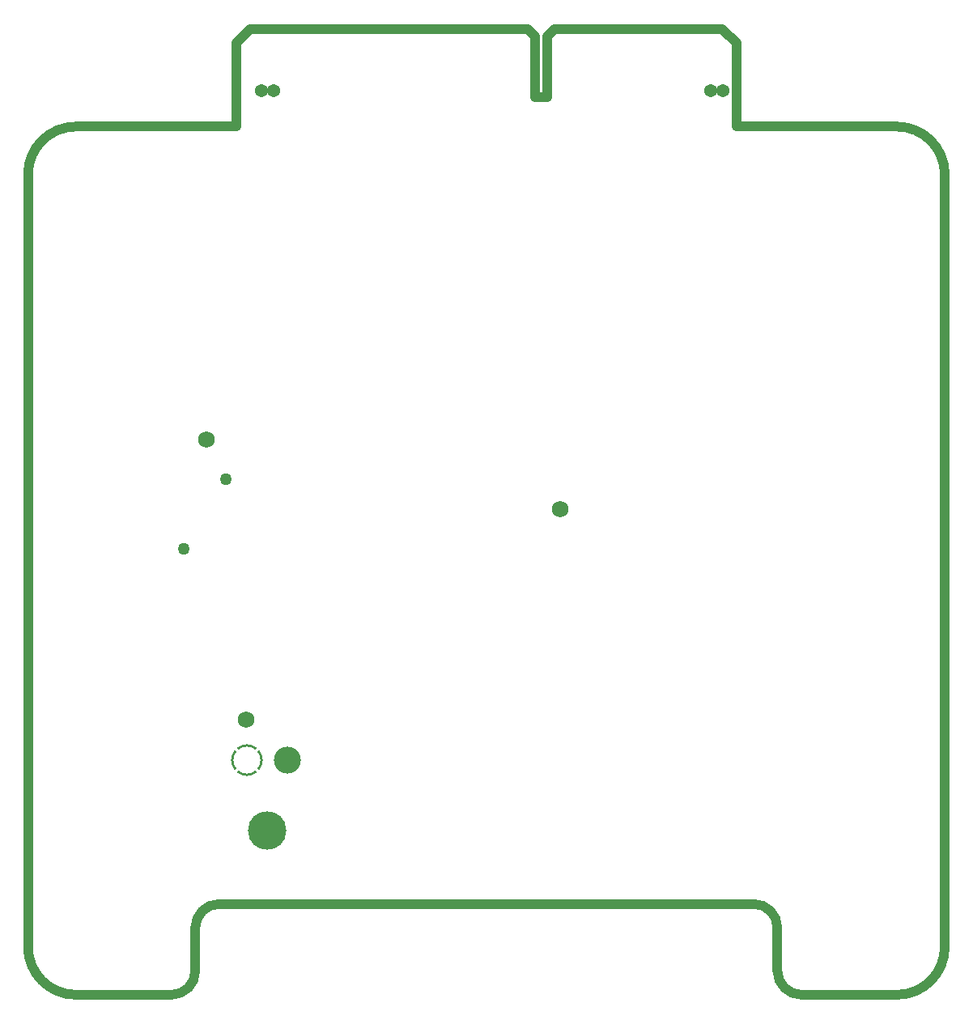
<source format=gbr>
%TF.GenerationSoftware,Altium Limited,Altium Designer,22.9.1 (49)*%
G04 Layer_Physical_Order=3*
G04 Layer_Color=128*
%FSLAX45Y45*%
%MOMM*%
%TF.SameCoordinates,682DF52B-C038-4893-B781-CD12F227844D*%
%TF.FilePolarity,Negative*%
%TF.FileFunction,Copper,L3,Inr,Plane*%
%TF.Part,Single*%
G01*
G75*
%TA.AperFunction,ViaPad*%
%ADD39C,1.27000*%
%TA.AperFunction,NonConductor*%
%ADD44C,1.01600*%
%TA.AperFunction,ComponentPad*%
%ADD45C,4.01600*%
%ADD46C,2.81600*%
G04:AMPARAMS|DCode=47|XSize=3.324mm|YSize=3.324mm|CornerRadius=0mm|HoleSize=0mm|Usage=FLASHONLY|Rotation=0.000|XOffset=0mm|YOffset=0mm|HoleType=Round|Shape=Relief|Width=0.254mm|Gap=0.254mm|Entries=4|*
%AMTHD47*
7,0,0,3.32400,2.81600,0.25400,45*
%
%ADD47THD47*%
%TA.AperFunction,ViaPad*%
%ADD48C,1.72720*%
%ADD49C,1.37200*%
D39*
X1630000Y4660000D02*
D03*
X2070000Y5390000D02*
D03*
D44*
X0Y500000D02*
G03*
X500000Y0I500000J0D01*
G01*
Y9080500D02*
G03*
X0Y8580500I0J-500000D01*
G01*
X9588500D02*
G03*
X9088500Y9080500I-500000J0D01*
G01*
Y0D02*
G03*
X9588500Y500000I0J500000D01*
G01*
X7838500Y250000D02*
G03*
X8088500Y0I250000J0D01*
G01*
X7838500Y700000D02*
G03*
X7588500Y950000I-250000J0D01*
G01*
X2000000D02*
G03*
X1750000Y700000I0J-250000D01*
G01*
X1500000Y0D02*
G03*
X1750000Y250000I-0J250000D01*
G01*
X500000Y9080500D02*
X2176750D01*
X2176700Y9951700D02*
X2176750Y9080500D01*
X2176700Y9951700D02*
X2326700Y10101500D01*
X5228700D01*
X5303700Y10026500D01*
X5303750Y9385500D01*
X5427700D01*
Y10026500D01*
X5502700Y10101500D01*
X7261700D01*
X7411700Y9951700D01*
Y9080500D02*
Y9951700D01*
Y9080500D02*
X9088500D01*
X0Y500000D02*
Y8580500D01*
X9588500Y500000D02*
Y8580500D01*
X8088500Y0D02*
X9088500D01*
X7838500Y250000D02*
Y700000D01*
X2000000Y950000D02*
X7588500D01*
X1750000Y250000D02*
X1750000Y700000D01*
X500000Y0D02*
X1500000D01*
D45*
X2500000Y1720000D02*
D03*
D46*
X2710000Y2450000D02*
D03*
D47*
X2290000D02*
D03*
D48*
X5570000Y5080000D02*
D03*
X1870000Y5810000D02*
D03*
X2280000Y2880000D02*
D03*
D49*
X2444700Y9460000D02*
D03*
X2571700D02*
D03*
X7270700D02*
D03*
X7143700D02*
D03*
%TF.MD5,47bd6b5864dd612a36a38aaa3c2ef146*%
M02*

</source>
